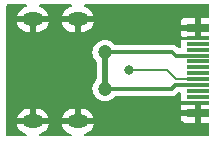
<source format=gbr>
%TF.GenerationSoftware,KiCad,Pcbnew,7.0.10*%
%TF.CreationDate,2024-06-03T15:36:03+09:00*%
%TF.ProjectId,JUICEJACK-DEFENDER,4a554943-454a-4414-934b-2d444546454e,rev?*%
%TF.SameCoordinates,PX6422c40PY592b260*%
%TF.FileFunction,Copper,L2,Bot*%
%TF.FilePolarity,Positive*%
%FSLAX46Y46*%
G04 Gerber Fmt 4.6, Leading zero omitted, Abs format (unit mm)*
G04 Created by KiCad (PCBNEW 7.0.10) date 2024-06-03 15:36:03*
%MOMM*%
%LPD*%
G01*
G04 APERTURE LIST*
%TA.AperFunction,ComponentPad*%
%ADD10O,1.750000X1.150000*%
%TD*%
%TA.AperFunction,SMDPad,CuDef*%
%ADD11R,1.900000X0.300000*%
%TD*%
%TA.AperFunction,SMDPad,CuDef*%
%ADD12R,1.900000X0.700000*%
%TD*%
%TA.AperFunction,ViaPad*%
%ADD13C,0.800000*%
%TD*%
%TA.AperFunction,ViaPad*%
%ADD14C,1.200000*%
%TD*%
%TA.AperFunction,Conductor*%
%ADD15C,0.250000*%
%TD*%
%TA.AperFunction,Conductor*%
%ADD16C,0.300000*%
%TD*%
%TA.AperFunction,Conductor*%
%ADD17C,0.500000*%
%TD*%
%TA.AperFunction,Conductor*%
%ADD18C,0.200000*%
%TD*%
G04 APERTURE END LIST*
D10*
%TO.P,CN2,SH1,GND*%
%TO.N,GND*%
X6450000Y10320000D03*
%TO.P,CN2,SH2,GND*%
X6450000Y1680000D03*
%TO.P,CN2,SH3,GND*%
X2650000Y10320000D03*
%TO.P,CN2,SH4,GND*%
X2650000Y1680000D03*
%TD*%
D11*
%TO.P,CN1,B1,GND*%
%TO.N,GND*%
X16600000Y3250000D03*
%TO.P,CN1,B2,TX2+*%
%TO.N,unconnected-(CN1-TX2+-PadB2)*%
X16600000Y3750000D03*
%TO.P,CN1,B3,TX2-*%
%TO.N,unconnected-(CN1-TX2--PadB3)*%
X16600000Y4250000D03*
%TO.P,CN1,B4,VBUS*%
%TO.N,VDD*%
X16600000Y4750000D03*
%TO.P,CN1,B5,CC2*%
%TO.N,/CC2-PLUG*%
X16600000Y5250000D03*
%TO.P,CN1,B6,D2+*%
%TO.N,unconnected-(CN1-D2+-PadB6)*%
X16600000Y5750000D03*
%TO.P,CN1,B7,D2-*%
%TO.N,unconnected-(CN1-D2--PadB7)*%
X16600000Y6250000D03*
%TO.P,CN1,B8,SBU2*%
%TO.N,unconnected-(CN1-SBU2-PadB8)*%
X16600000Y6750000D03*
%TO.P,CN1,B9,VBUS*%
%TO.N,VDD*%
X16600000Y7250000D03*
%TO.P,CN1,B10,RX1-*%
%TO.N,unconnected-(CN1-RX1--PadB10)*%
X16600000Y7750000D03*
%TO.P,CN1,B11,RX1+*%
%TO.N,unconnected-(CN1-RX1+-PadB11)*%
X16600000Y8250000D03*
%TO.P,CN1,B12,GND*%
%TO.N,GND*%
X16600000Y8750000D03*
D12*
%TO.P,CN1,SH3,GND*%
X16600000Y2400000D03*
%TO.P,CN1,SH4,GND*%
X16600000Y9600000D03*
%TD*%
D13*
%TO.N,GND*%
X4500000Y4500000D03*
X4500000Y7500000D03*
X12000000Y1500000D03*
X12050000Y10400000D03*
X16600000Y11000000D03*
X16600000Y1000000D03*
D14*
%TO.N,VDD*%
X8750000Y7520000D03*
X8750000Y4450000D03*
D13*
%TO.N,/CC2-PLUG*%
X10800000Y6050000D03*
%TD*%
D15*
%TO.N,GND*%
X16600000Y8750000D02*
X15150000Y8750000D01*
D16*
X16600000Y3250000D02*
X14750000Y3250000D01*
D15*
X16600000Y2400000D02*
X16600000Y1250000D01*
X16600000Y8750000D02*
X16600000Y9600000D01*
D16*
X16600000Y2400000D02*
X16600000Y2850000D01*
X16600000Y2850000D02*
X16600000Y3250000D01*
%TO.N,VDD*%
X8750000Y4450000D02*
X14400000Y4450000D01*
X8750000Y7550000D02*
X14450000Y7550000D01*
D17*
X8750000Y4450000D02*
X8750000Y7550000D01*
D16*
X14450000Y7550000D02*
X14750000Y7250000D01*
X14700000Y4750000D02*
X16700000Y4750000D01*
X14400000Y4450000D02*
X14700000Y4750000D01*
X14750000Y7250000D02*
X16700000Y7250000D01*
D18*
%TO.N,/CC2-PLUG*%
X14000000Y6050000D02*
X14800000Y5250000D01*
X10800000Y6050000D02*
X14000000Y6050000D01*
X14800000Y5250000D02*
X16600000Y5250000D01*
%TD*%
%TA.AperFunction,Conductor*%
%TO.N,GND*%
G36*
X2096501Y11579815D02*
G01*
X2142256Y11527011D01*
X2152200Y11457853D01*
X2123175Y11394297D01*
X2064397Y11356523D01*
X1948648Y11322537D01*
X1766162Y11228459D01*
X1604793Y11101556D01*
X1604790Y11101552D01*
X1470345Y10946396D01*
X1367699Y10768607D01*
X1300550Y10574596D01*
X1299889Y10570000D01*
X2135517Y10570000D01*
X2064199Y10485007D01*
X2025000Y10377306D01*
X2025000Y10262694D01*
X2064199Y10154993D01*
X2135517Y10070000D01*
X1304468Y10070000D01*
X1329503Y9966805D01*
X1414787Y9780057D01*
X1414789Y9780053D01*
X1533870Y9612827D01*
X1533875Y9612821D01*
X1682456Y9471149D01*
X1855165Y9360156D01*
X2045761Y9283853D01*
X2247349Y9245000D01*
X2400000Y9245000D01*
X2400000Y9995000D01*
X2900000Y9995000D01*
X2900000Y9245000D01*
X3001205Y9245000D01*
X3154370Y9259626D01*
X3154374Y9259627D01*
X3351351Y9317464D01*
X3533837Y9411542D01*
X3695206Y9538445D01*
X3695209Y9538449D01*
X3829654Y9693605D01*
X3932300Y9871394D01*
X3999449Y10065405D01*
X4000111Y10070000D01*
X3164483Y10070000D01*
X3235801Y10154993D01*
X3275000Y10262694D01*
X3275000Y10377306D01*
X3235801Y10485007D01*
X3164483Y10570000D01*
X3995532Y10570000D01*
X3995531Y10570001D01*
X3970496Y10673196D01*
X3885212Y10859944D01*
X3885210Y10859948D01*
X3766129Y11027174D01*
X3766124Y11027180D01*
X3617543Y11168852D01*
X3444834Y11279845D01*
X3254240Y11356147D01*
X3252961Y11356522D01*
X3252397Y11356885D01*
X3248756Y11358342D01*
X3249036Y11359044D01*
X3194182Y11394296D01*
X3165156Y11457851D01*
X3175099Y11527010D01*
X3220853Y11579814D01*
X3287892Y11599500D01*
X5829462Y11599500D01*
X5896501Y11579815D01*
X5942256Y11527011D01*
X5952200Y11457853D01*
X5923175Y11394297D01*
X5864397Y11356523D01*
X5748648Y11322537D01*
X5566162Y11228459D01*
X5404793Y11101556D01*
X5404790Y11101552D01*
X5270345Y10946396D01*
X5167699Y10768607D01*
X5100550Y10574596D01*
X5099889Y10570000D01*
X5935517Y10570000D01*
X5864199Y10485007D01*
X5825000Y10377306D01*
X5825000Y10262694D01*
X5864199Y10154993D01*
X5935517Y10070000D01*
X5104468Y10070000D01*
X5129503Y9966805D01*
X5214787Y9780057D01*
X5214789Y9780053D01*
X5333870Y9612827D01*
X5333875Y9612821D01*
X5482456Y9471149D01*
X5655165Y9360156D01*
X5845761Y9283853D01*
X6047349Y9245000D01*
X6200000Y9245000D01*
X6200000Y9995000D01*
X6700000Y9995000D01*
X6700000Y9245000D01*
X6801205Y9245000D01*
X6954370Y9259626D01*
X6954374Y9259627D01*
X7151351Y9317464D01*
X7333837Y9411542D01*
X7495206Y9538445D01*
X7495209Y9538449D01*
X7629654Y9693605D01*
X7719948Y9850000D01*
X15150000Y9850000D01*
X16350000Y9850000D01*
X16350000Y10450000D01*
X15602155Y10450000D01*
X15542627Y10443599D01*
X15542620Y10443597D01*
X15407913Y10393355D01*
X15407906Y10393351D01*
X15292812Y10307191D01*
X15292809Y10307188D01*
X15206649Y10192094D01*
X15206645Y10192087D01*
X15156403Y10057380D01*
X15156401Y10057373D01*
X15150000Y9997845D01*
X15150000Y9850000D01*
X7719948Y9850000D01*
X7732300Y9871394D01*
X7799449Y10065405D01*
X7800111Y10070000D01*
X6964483Y10070000D01*
X7035801Y10154993D01*
X7075000Y10262694D01*
X7075000Y10377306D01*
X7035801Y10485007D01*
X6964483Y10570000D01*
X7795532Y10570000D01*
X7795531Y10570001D01*
X7770496Y10673196D01*
X7685212Y10859944D01*
X7685210Y10859948D01*
X7566129Y11027174D01*
X7566124Y11027180D01*
X7417543Y11168852D01*
X7244834Y11279845D01*
X7054240Y11356147D01*
X7052961Y11356522D01*
X7052397Y11356885D01*
X7048756Y11358342D01*
X7049036Y11359044D01*
X6994182Y11394296D01*
X6965156Y11457851D01*
X6975099Y11527010D01*
X7020853Y11579814D01*
X7087892Y11599500D01*
X17475500Y11599500D01*
X17542539Y11579815D01*
X17588294Y11527011D01*
X17599500Y11475500D01*
X17599500Y10574000D01*
X17579815Y10506961D01*
X17527011Y10461206D01*
X17475500Y10450000D01*
X16850000Y10450000D01*
X16850000Y8974500D01*
X16830315Y8907461D01*
X16777511Y8861706D01*
X16726000Y8850500D01*
X16474000Y8850500D01*
X16406961Y8870185D01*
X16361206Y8922989D01*
X16350000Y8974500D01*
X16350000Y9350000D01*
X15150000Y9350000D01*
X15150000Y9202156D01*
X15156401Y9142628D01*
X15156403Y9142621D01*
X15165462Y9118331D01*
X15170445Y9048639D01*
X15165462Y9031669D01*
X15156403Y9007380D01*
X15156401Y9007373D01*
X15150000Y8947845D01*
X15150000Y8900000D01*
X15213479Y8900000D01*
X15280518Y8880315D01*
X15326273Y8827511D01*
X15336217Y8758353D01*
X15313250Y8702369D01*
X15274870Y8650366D01*
X15219226Y8608116D01*
X15175102Y8600000D01*
X15150000Y8600000D01*
X15150000Y8552156D01*
X15156401Y8492628D01*
X15156403Y8492621D01*
X15191682Y8398034D01*
X15199500Y8354701D01*
X15199500Y8045739D01*
X15202703Y8011575D01*
X15202702Y7988424D01*
X15200311Y7962924D01*
X15174454Y7898015D01*
X15117610Y7857389D01*
X15076853Y7850500D01*
X15050097Y7850500D01*
X14983058Y7870185D01*
X14962416Y7886819D01*
X14908199Y7941036D01*
X14897504Y7953231D01*
X14878283Y7978281D01*
X14869919Y7984699D01*
X14752841Y8074536D01*
X14606762Y8135044D01*
X14606760Y8135045D01*
X14489361Y8150500D01*
X14450000Y8155682D01*
X14418697Y8151561D01*
X14402513Y8150500D01*
X9650182Y8150500D01*
X9583143Y8170185D01*
X9554329Y8195835D01*
X9496408Y8266412D01*
X9336452Y8397683D01*
X9336453Y8397683D01*
X9336450Y8397685D01*
X9153954Y8495232D01*
X8955934Y8555300D01*
X8955932Y8555301D01*
X8955934Y8555301D01*
X8750000Y8575583D01*
X8544067Y8555301D01*
X8346043Y8495231D01*
X8235898Y8436357D01*
X8163550Y8397685D01*
X8163548Y8397684D01*
X8163547Y8397683D01*
X8003589Y8266411D01*
X7895781Y8135044D01*
X7872315Y8106450D01*
X7839864Y8045739D01*
X7774769Y7923957D01*
X7714699Y7725933D01*
X7694417Y7520000D01*
X7714699Y7314068D01*
X7714700Y7314066D01*
X7774768Y7116046D01*
X7872315Y6933550D01*
X8003590Y6773590D01*
X8004159Y6773123D01*
X8004379Y6772801D01*
X8007893Y6769287D01*
X8007226Y6768621D01*
X8043496Y6715382D01*
X8049500Y6677266D01*
X8049500Y5292735D01*
X8029815Y5225696D01*
X8007729Y5200885D01*
X8007897Y5200717D01*
X8005021Y5197842D01*
X8004173Y5196890D01*
X8003590Y5196410D01*
X8003588Y5196408D01*
X7872317Y5036454D01*
X7774769Y4853957D01*
X7714699Y4655933D01*
X7694417Y4450000D01*
X7714699Y4244068D01*
X7714700Y4244066D01*
X7774768Y4046046D01*
X7872315Y3863550D01*
X7906969Y3821323D01*
X8003589Y3703590D01*
X8074617Y3645300D01*
X8163550Y3572315D01*
X8346046Y3474768D01*
X8544066Y3414700D01*
X8544065Y3414700D01*
X8562529Y3412882D01*
X8750000Y3394417D01*
X8955934Y3414700D01*
X9153954Y3474768D01*
X9336450Y3572315D01*
X9496410Y3703590D01*
X9578950Y3804165D01*
X9636695Y3843499D01*
X9674803Y3849500D01*
X14352513Y3849500D01*
X14368697Y3848440D01*
X14400000Y3844318D01*
X14400001Y3844318D01*
X14452254Y3851198D01*
X14556762Y3864956D01*
X14702841Y3925464D01*
X14828282Y4021718D01*
X14847506Y4046774D01*
X14858187Y4058954D01*
X14912418Y4113183D01*
X14973742Y4146667D01*
X15000098Y4149500D01*
X15076853Y4149500D01*
X15143892Y4129815D01*
X15189647Y4077011D01*
X15200311Y4037076D01*
X15202702Y4011576D01*
X15202703Y3988425D01*
X15199500Y3954262D01*
X15199500Y3645300D01*
X15191682Y3601967D01*
X15156403Y3507380D01*
X15156401Y3507373D01*
X15150000Y3447845D01*
X15150000Y3400000D01*
X15175102Y3400000D01*
X15242141Y3380315D01*
X15274869Y3349636D01*
X15313250Y3297633D01*
X15337220Y3232004D01*
X15321904Y3163833D01*
X15272163Y3114766D01*
X15213479Y3100000D01*
X15150000Y3100000D01*
X15150000Y3052156D01*
X15156401Y2992628D01*
X15156403Y2992621D01*
X15165462Y2968331D01*
X15170445Y2898639D01*
X15165462Y2881669D01*
X15156403Y2857380D01*
X15156401Y2857373D01*
X15150000Y2797845D01*
X15150000Y2650000D01*
X16350000Y2650000D01*
X16350000Y3025500D01*
X16369685Y3092539D01*
X16422489Y3138294D01*
X16474000Y3149500D01*
X16726000Y3149500D01*
X16793039Y3129815D01*
X16838794Y3077011D01*
X16850000Y3025500D01*
X16850000Y1550000D01*
X17475500Y1550000D01*
X17542539Y1530315D01*
X17588294Y1477511D01*
X17599500Y1426000D01*
X17599500Y524500D01*
X17579815Y457461D01*
X17527011Y411706D01*
X17475500Y400500D01*
X7070538Y400500D01*
X7003499Y420185D01*
X6957744Y472989D01*
X6947800Y542147D01*
X6976825Y605703D01*
X7035603Y643477D01*
X7151351Y677464D01*
X7333837Y771542D01*
X7495206Y898445D01*
X7495209Y898449D01*
X7629654Y1053605D01*
X7732300Y1231394D01*
X7799449Y1425405D01*
X7800111Y1430000D01*
X6964483Y1430000D01*
X7035801Y1514993D01*
X7075000Y1622694D01*
X7075000Y1737306D01*
X7035801Y1845007D01*
X6964483Y1930000D01*
X7795532Y1930000D01*
X7795531Y1930001D01*
X7770496Y2033196D01*
X7717154Y2150000D01*
X15150000Y2150000D01*
X15150000Y2002156D01*
X15156401Y1942628D01*
X15156403Y1942621D01*
X15206645Y1807914D01*
X15206649Y1807907D01*
X15292809Y1692813D01*
X15292812Y1692810D01*
X15407906Y1606650D01*
X15407913Y1606646D01*
X15542620Y1556404D01*
X15542627Y1556402D01*
X15602155Y1550001D01*
X15602172Y1550000D01*
X16350000Y1550000D01*
X16350000Y2150000D01*
X15150000Y2150000D01*
X7717154Y2150000D01*
X7685212Y2219944D01*
X7685210Y2219948D01*
X7566129Y2387174D01*
X7566124Y2387180D01*
X7417543Y2528852D01*
X7244834Y2639845D01*
X7054238Y2716148D01*
X6852651Y2755000D01*
X6700000Y2755000D01*
X6700000Y2005000D01*
X6200000Y2005000D01*
X6200000Y2755000D01*
X6098795Y2755000D01*
X5945629Y2740375D01*
X5945625Y2740374D01*
X5748648Y2682537D01*
X5566162Y2588459D01*
X5404793Y2461556D01*
X5404790Y2461552D01*
X5270345Y2306396D01*
X5167699Y2128607D01*
X5100550Y1934596D01*
X5099889Y1930000D01*
X5935517Y1930000D01*
X5864199Y1845007D01*
X5825000Y1737306D01*
X5825000Y1622694D01*
X5864199Y1514993D01*
X5935517Y1430000D01*
X5104468Y1430000D01*
X5129503Y1326805D01*
X5214787Y1140057D01*
X5214789Y1140053D01*
X5333870Y972827D01*
X5333875Y972821D01*
X5482456Y831149D01*
X5655165Y720156D01*
X5845759Y643854D01*
X5847039Y643478D01*
X5847602Y643116D01*
X5851244Y641658D01*
X5850963Y640957D01*
X5905818Y605704D01*
X5934844Y542149D01*
X5924901Y472990D01*
X5879147Y420186D01*
X5812108Y400500D01*
X3270538Y400500D01*
X3203499Y420185D01*
X3157744Y472989D01*
X3147800Y542147D01*
X3176825Y605703D01*
X3235603Y643477D01*
X3351351Y677464D01*
X3533837Y771542D01*
X3695206Y898445D01*
X3695209Y898449D01*
X3829654Y1053605D01*
X3932300Y1231394D01*
X3999449Y1425405D01*
X4000111Y1430000D01*
X3164483Y1430000D01*
X3235801Y1514993D01*
X3275000Y1622694D01*
X3275000Y1737306D01*
X3235801Y1845007D01*
X3164483Y1930000D01*
X3995532Y1930000D01*
X3995531Y1930001D01*
X3970496Y2033196D01*
X3885212Y2219944D01*
X3885210Y2219948D01*
X3766129Y2387174D01*
X3766124Y2387180D01*
X3617543Y2528852D01*
X3444834Y2639845D01*
X3254238Y2716148D01*
X3052651Y2755000D01*
X2900000Y2755000D01*
X2900000Y2005000D01*
X2400000Y2005000D01*
X2400000Y2755000D01*
X2298795Y2755000D01*
X2145629Y2740375D01*
X2145625Y2740374D01*
X1948648Y2682537D01*
X1766162Y2588459D01*
X1604793Y2461556D01*
X1604790Y2461552D01*
X1470345Y2306396D01*
X1367699Y2128607D01*
X1300550Y1934596D01*
X1299889Y1930000D01*
X2135517Y1930000D01*
X2064199Y1845007D01*
X2025000Y1737306D01*
X2025000Y1622694D01*
X2064199Y1514993D01*
X2135517Y1430000D01*
X1304468Y1430000D01*
X1329503Y1326805D01*
X1414787Y1140057D01*
X1414789Y1140053D01*
X1533870Y972827D01*
X1533875Y972821D01*
X1682456Y831149D01*
X1855165Y720156D01*
X2045759Y643854D01*
X2047039Y643478D01*
X2047602Y643116D01*
X2051244Y641658D01*
X2050963Y640957D01*
X2105818Y605704D01*
X2134844Y542149D01*
X2124901Y472990D01*
X2079147Y420186D01*
X2012108Y400500D01*
X524500Y400500D01*
X457461Y420185D01*
X411706Y472989D01*
X400500Y524500D01*
X400500Y11475500D01*
X420185Y11542539D01*
X472989Y11588294D01*
X524500Y11599500D01*
X2029462Y11599500D01*
X2096501Y11579815D01*
G37*
%TD.AperFunction*%
%TD*%
M02*

</source>
